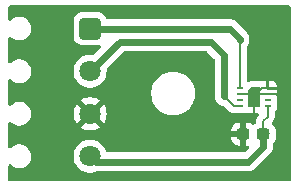
<source format=gbr>
%TF.GenerationSoftware,KiCad,Pcbnew,8.0.6*%
%TF.CreationDate,2025-05-09T13:13:28+02:00*%
%TF.ProjectId,sht31-break,73687433-312d-4627-9265-616b2e6b6963,rev?*%
%TF.SameCoordinates,Original*%
%TF.FileFunction,Copper,L1,Top*%
%TF.FilePolarity,Positive*%
%FSLAX46Y46*%
G04 Gerber Fmt 4.6, Leading zero omitted, Abs format (unit mm)*
G04 Created by KiCad (PCBNEW 8.0.6) date 2025-05-09 13:13:28*
%MOMM*%
%LPD*%
G01*
G04 APERTURE LIST*
G04 Aperture macros list*
%AMRoundRect*
0 Rectangle with rounded corners*
0 $1 Rounding radius*
0 $2 $3 $4 $5 $6 $7 $8 $9 X,Y pos of 4 corners*
0 Add a 4 corners polygon primitive as box body*
4,1,4,$2,$3,$4,$5,$6,$7,$8,$9,$2,$3,0*
0 Add four circle primitives for the rounded corners*
1,1,$1+$1,$2,$3*
1,1,$1+$1,$4,$5*
1,1,$1+$1,$6,$7*
1,1,$1+$1,$8,$9*
0 Add four rect primitives between the rounded corners*
20,1,$1+$1,$2,$3,$4,$5,0*
20,1,$1+$1,$4,$5,$6,$7,0*
20,1,$1+$1,$6,$7,$8,$9,0*
20,1,$1+$1,$8,$9,$2,$3,0*%
%AMFreePoly0*
4,1,6,0.500000,-0.850000,-0.500000,-0.850000,-0.500000,0.550000,-0.200000,0.850000,0.500000,0.850000,0.500000,-0.850000,0.500000,-0.850000,$1*%
G04 Aperture macros list end*
%TA.AperFunction,SMDPad,CuDef*%
%ADD10R,0.550000X0.250000*%
%TD*%
%TA.AperFunction,SMDPad,CuDef*%
%ADD11FreePoly0,0.000000*%
%TD*%
%TA.AperFunction,ComponentPad*%
%ADD12RoundRect,0.281250X-0.618750X0.618750X-0.618750X-0.618750X0.618750X-0.618750X0.618750X0.618750X0*%
%TD*%
%TA.AperFunction,ComponentPad*%
%ADD13C,1.800000*%
%TD*%
%TA.AperFunction,SMDPad,CuDef*%
%ADD14RoundRect,0.237500X0.300000X0.237500X-0.300000X0.237500X-0.300000X-0.237500X0.300000X-0.237500X0*%
%TD*%
%TA.AperFunction,Conductor*%
%ADD15C,0.600000*%
%TD*%
%TA.AperFunction,Conductor*%
%ADD16C,0.200000*%
%TD*%
G04 APERTURE END LIST*
D10*
%TO.P,U1,1,SDA*%
%TO.N,Net-(J1-Pin_1)*%
X101067700Y-112671900D03*
%TO.P,U1,2,ADDR*%
%TO.N,GND*%
X101067700Y-113171900D03*
%TO.P,U1,3,ALERT*%
%TO.N,unconnected-(U1-ALERT-Pad3)*%
X101067700Y-113671900D03*
%TO.P,U1,4,SCL*%
%TO.N,Net-(J1-Pin_2)*%
X101067700Y-114171900D03*
%TO.P,U1,5,VDD*%
%TO.N,+5V*%
X103417700Y-114171900D03*
%TO.P,U1,6,~{RESET}*%
%TO.N,unconnected-(U1-~{RESET}-Pad6)*%
X103417700Y-113671900D03*
%TO.P,U1,7,R*%
%TO.N,GND*%
X103417700Y-113171900D03*
%TO.P,U1,8,VSS*%
X103417700Y-112671900D03*
D11*
%TO.P,U1,9,VSS*%
X102242700Y-113421900D03*
%TD*%
D12*
%TO.P,J1,1,Pin_1*%
%TO.N,Net-(J1-Pin_1)*%
X88397600Y-107633400D03*
D13*
%TO.P,J1,2,Pin_2*%
%TO.N,Net-(J1-Pin_2)*%
X88397600Y-111233400D03*
%TO.P,J1,3,Pin_3*%
%TO.N,GND*%
X88397600Y-114833400D03*
%TO.P,J1,4,Pin_4*%
%TO.N,+5V*%
X88397600Y-118433400D03*
%TD*%
D14*
%TO.P,C1,1*%
%TO.N,+5V*%
X103073200Y-116559500D03*
%TO.P,C1,2*%
%TO.N,GND*%
X101348200Y-116559500D03*
%TD*%
D15*
%TO.N,Net-(J1-Pin_2)*%
X99745800Y-113358000D02*
X99745800Y-109880400D01*
X99745800Y-109880400D02*
X98602800Y-108737400D01*
X98602800Y-108737400D02*
X90893600Y-108737400D01*
X90893600Y-108737400D02*
X88397600Y-111233400D01*
D16*
X101067700Y-114171900D02*
X100559700Y-114171900D01*
X100559700Y-114171900D02*
X99745800Y-113358000D01*
D15*
%TO.N,+5V*%
X103073200Y-116559500D02*
X103073200Y-117627400D01*
X103066400Y-117627400D02*
X101796400Y-118897400D01*
X103073200Y-117627400D02*
X103066400Y-117627400D01*
X101796400Y-118897400D02*
X88861600Y-118897400D01*
X88861600Y-118897400D02*
X88397600Y-118433400D01*
%TO.N,Net-(J1-Pin_1)*%
X88397600Y-107633400D02*
X99745800Y-107633400D01*
X99745800Y-107633400D02*
X100229571Y-107633400D01*
X100229571Y-107633400D02*
X101067700Y-108471529D01*
X101067700Y-108471529D02*
X101067700Y-108634700D01*
D16*
X101067700Y-112671900D02*
X101067700Y-108634700D01*
%TO.N,GND*%
X103417700Y-113171900D02*
X104302900Y-113171900D01*
X102242700Y-113421900D02*
X102242700Y-114851100D01*
X102242700Y-114851100D02*
X101372500Y-115721300D01*
X101372500Y-115721300D02*
X101372500Y-116342000D01*
X101372500Y-116342000D02*
X101590000Y-116559500D01*
%TO.N,+5V*%
X103417700Y-114171900D02*
X103417700Y-115073100D01*
X103417700Y-115073100D02*
X103073200Y-115417600D01*
X103073200Y-115417600D02*
X103073200Y-116559500D01*
X103417700Y-116433600D02*
X103543600Y-116559500D01*
%TO.N,GND*%
X103417700Y-113171900D02*
X102492700Y-113171900D01*
X102492700Y-113171900D02*
X102242700Y-113421900D01*
X103417700Y-112671900D02*
X102992700Y-112671900D01*
X102992700Y-112671900D02*
X102242700Y-113421900D01*
X101067700Y-113171900D02*
X101992700Y-113171900D01*
X101992700Y-113171900D02*
X102242700Y-113421900D01*
%TD*%
%TA.AperFunction,Conductor*%
%TO.N,GND*%
G36*
X105313739Y-105683385D02*
G01*
X105359494Y-105736189D01*
X105370700Y-105787700D01*
X105370700Y-120438700D01*
X105351015Y-120505739D01*
X105298211Y-120551494D01*
X105246700Y-120562700D01*
X81595700Y-120562700D01*
X81528661Y-120543015D01*
X81482906Y-120490211D01*
X81471700Y-120438700D01*
X81471700Y-119221784D01*
X81491385Y-119154745D01*
X81544189Y-119108990D01*
X81613347Y-119099046D01*
X81676903Y-119128071D01*
X81683381Y-119134103D01*
X81759814Y-119210536D01*
X81759818Y-119210539D01*
X81923679Y-119320028D01*
X81923692Y-119320035D01*
X82105760Y-119395449D01*
X82105765Y-119395451D01*
X82105769Y-119395451D01*
X82105770Y-119395452D01*
X82299056Y-119433900D01*
X82299059Y-119433900D01*
X82496143Y-119433900D01*
X82626182Y-119408032D01*
X82689435Y-119395451D01*
X82871514Y-119320032D01*
X83035382Y-119210539D01*
X83174739Y-119071182D01*
X83284232Y-118907314D01*
X83359651Y-118725235D01*
X83398100Y-118531941D01*
X83398100Y-118334859D01*
X83398100Y-118334856D01*
X83359652Y-118141570D01*
X83359651Y-118141569D01*
X83359651Y-118141565D01*
X83341150Y-118096900D01*
X83284235Y-117959492D01*
X83284228Y-117959479D01*
X83174739Y-117795618D01*
X83174736Y-117795614D01*
X83035385Y-117656263D01*
X83035381Y-117656260D01*
X82871520Y-117546771D01*
X82871507Y-117546764D01*
X82689439Y-117471350D01*
X82689429Y-117471347D01*
X82496143Y-117432900D01*
X82496141Y-117432900D01*
X82299059Y-117432900D01*
X82299057Y-117432900D01*
X82105770Y-117471347D01*
X82105760Y-117471350D01*
X81923692Y-117546764D01*
X81923679Y-117546771D01*
X81759818Y-117656260D01*
X81759814Y-117656263D01*
X81683381Y-117732697D01*
X81622058Y-117766182D01*
X81552366Y-117761198D01*
X81496433Y-117719326D01*
X81472016Y-117653862D01*
X81471700Y-117645016D01*
X81471700Y-116846154D01*
X100310701Y-116846154D01*
X100321019Y-116947152D01*
X100375246Y-117110800D01*
X100375251Y-117110811D01*
X100465752Y-117257534D01*
X100465755Y-117257538D01*
X100587661Y-117379444D01*
X100587665Y-117379447D01*
X100734388Y-117469948D01*
X100734399Y-117469953D01*
X100898047Y-117524180D01*
X100999051Y-117534499D01*
X101098200Y-117534498D01*
X101098200Y-116809500D01*
X100310701Y-116809500D01*
X100310701Y-116846154D01*
X81471700Y-116846154D01*
X81471700Y-116272845D01*
X100310700Y-116272845D01*
X100310700Y-116309500D01*
X101098200Y-116309500D01*
X101098200Y-115584499D01*
X100999060Y-115584500D01*
X100999044Y-115584501D01*
X100898047Y-115594819D01*
X100734399Y-115649046D01*
X100734388Y-115649051D01*
X100587665Y-115739552D01*
X100587661Y-115739555D01*
X100465755Y-115861461D01*
X100465752Y-115861465D01*
X100375251Y-116008188D01*
X100375246Y-116008199D01*
X100321019Y-116171847D01*
X100310700Y-116272845D01*
X81471700Y-116272845D01*
X81471700Y-115985751D01*
X87598801Y-115985751D01*
X87629249Y-116009450D01*
X87833297Y-116119876D01*
X87833306Y-116119879D01*
X88052739Y-116195211D01*
X88281593Y-116233400D01*
X88513607Y-116233400D01*
X88742460Y-116195211D01*
X88961893Y-116119879D01*
X88961901Y-116119876D01*
X89165955Y-116009447D01*
X89196397Y-115985751D01*
X89196398Y-115985750D01*
X88397601Y-115186953D01*
X88397600Y-115186953D01*
X87598801Y-115985751D01*
X81471700Y-115985751D01*
X81471700Y-115621784D01*
X81491385Y-115554745D01*
X81544189Y-115508990D01*
X81613347Y-115499046D01*
X81676903Y-115528071D01*
X81683381Y-115534103D01*
X81759814Y-115610536D01*
X81759818Y-115610539D01*
X81923679Y-115720028D01*
X81923692Y-115720035D01*
X82085285Y-115786968D01*
X82105765Y-115795451D01*
X82105769Y-115795451D01*
X82105770Y-115795452D01*
X82299056Y-115833900D01*
X82299059Y-115833900D01*
X82496143Y-115833900D01*
X82626182Y-115808032D01*
X82689435Y-115795451D01*
X82871514Y-115720032D01*
X83035382Y-115610539D01*
X83174739Y-115471182D01*
X83284232Y-115307314D01*
X83359651Y-115125235D01*
X83385748Y-114994038D01*
X83398100Y-114931943D01*
X83398100Y-114833394D01*
X86992802Y-114833394D01*
X86992802Y-114833405D01*
X87011961Y-115064618D01*
X87068917Y-115289535D01*
X87162115Y-115502006D01*
X87246412Y-115631033D01*
X88044046Y-114833400D01*
X88004550Y-114793904D01*
X88097600Y-114793904D01*
X88097600Y-114872896D01*
X88118044Y-114949196D01*
X88157540Y-115017605D01*
X88213395Y-115073460D01*
X88281804Y-115112956D01*
X88358104Y-115133400D01*
X88437096Y-115133400D01*
X88513396Y-115112956D01*
X88581805Y-115073460D01*
X88637660Y-115017605D01*
X88677156Y-114949196D01*
X88697600Y-114872896D01*
X88697600Y-114833399D01*
X88751153Y-114833399D01*
X88751153Y-114833400D01*
X89548786Y-115631033D01*
X89633082Y-115502011D01*
X89726282Y-115289535D01*
X89783238Y-115064618D01*
X89802398Y-114833405D01*
X89802398Y-114833394D01*
X89783238Y-114602181D01*
X89726282Y-114377264D01*
X89633084Y-114164793D01*
X89548786Y-114035765D01*
X88751153Y-114833399D01*
X88697600Y-114833399D01*
X88697600Y-114793904D01*
X88677156Y-114717604D01*
X88637660Y-114649195D01*
X88581805Y-114593340D01*
X88513396Y-114553844D01*
X88437096Y-114533400D01*
X88358104Y-114533400D01*
X88281804Y-114553844D01*
X88213395Y-114593340D01*
X88157540Y-114649195D01*
X88118044Y-114717604D01*
X88097600Y-114793904D01*
X88004550Y-114793904D01*
X87246411Y-114035765D01*
X87162116Y-114164790D01*
X87068917Y-114377264D01*
X87011961Y-114602181D01*
X86992802Y-114833394D01*
X83398100Y-114833394D01*
X83398100Y-114734856D01*
X83359652Y-114541570D01*
X83359651Y-114541569D01*
X83359651Y-114541565D01*
X83345527Y-114507466D01*
X83284235Y-114359492D01*
X83284228Y-114359479D01*
X83174739Y-114195618D01*
X83174736Y-114195614D01*
X83035385Y-114056263D01*
X83035381Y-114056260D01*
X82871520Y-113946771D01*
X82871507Y-113946764D01*
X82689439Y-113871350D01*
X82689429Y-113871347D01*
X82496143Y-113832900D01*
X82496141Y-113832900D01*
X82299059Y-113832900D01*
X82299057Y-113832900D01*
X82105770Y-113871347D01*
X82105760Y-113871350D01*
X81923692Y-113946764D01*
X81923679Y-113946771D01*
X81759818Y-114056260D01*
X81759814Y-114056263D01*
X81683381Y-114132697D01*
X81622058Y-114166182D01*
X81552366Y-114161198D01*
X81496433Y-114119326D01*
X81472016Y-114053862D01*
X81471700Y-114045016D01*
X81471700Y-113681047D01*
X87598800Y-113681047D01*
X88397600Y-114479846D01*
X88397601Y-114479846D01*
X89196397Y-113681047D01*
X89196397Y-113681045D01*
X89165960Y-113657355D01*
X89165954Y-113657351D01*
X88961902Y-113546923D01*
X88961893Y-113546920D01*
X88742460Y-113471588D01*
X88513607Y-113433400D01*
X88281593Y-113433400D01*
X88052739Y-113471588D01*
X87833306Y-113546920D01*
X87833297Y-113546923D01*
X87629250Y-113657349D01*
X87598800Y-113681047D01*
X81471700Y-113681047D01*
X81471700Y-112991911D01*
X93570700Y-112991911D01*
X93570700Y-113234488D01*
X93596886Y-113433400D01*
X93602362Y-113474989D01*
X93608803Y-113499027D01*
X93665147Y-113709304D01*
X93757973Y-113933405D01*
X93757976Y-113933412D01*
X93879264Y-114143489D01*
X93879266Y-114143492D01*
X93879267Y-114143493D01*
X94026933Y-114335936D01*
X94026939Y-114335943D01*
X94198456Y-114507460D01*
X94198463Y-114507466D01*
X94258904Y-114553844D01*
X94390911Y-114655136D01*
X94600988Y-114776424D01*
X94825100Y-114869254D01*
X95059411Y-114932038D01*
X95239786Y-114955784D01*
X95299911Y-114963700D01*
X95299912Y-114963700D01*
X95542489Y-114963700D01*
X95590588Y-114957367D01*
X95782989Y-114932038D01*
X96017300Y-114869254D01*
X96241412Y-114776424D01*
X96451489Y-114655136D01*
X96643938Y-114507465D01*
X96815465Y-114335938D01*
X96963136Y-114143489D01*
X97084424Y-113933412D01*
X97177254Y-113709300D01*
X97240038Y-113474989D01*
X97271700Y-113234488D01*
X97271700Y-112991912D01*
X97240038Y-112751411D01*
X97177254Y-112517100D01*
X97084424Y-112292988D01*
X96963136Y-112082911D01*
X96829682Y-111908990D01*
X96815466Y-111890463D01*
X96815460Y-111890456D01*
X96643943Y-111718939D01*
X96643936Y-111718933D01*
X96451493Y-111571267D01*
X96451492Y-111571266D01*
X96451489Y-111571264D01*
X96241412Y-111449976D01*
X96241405Y-111449973D01*
X96017304Y-111357147D01*
X95782985Y-111294361D01*
X95542489Y-111262700D01*
X95542488Y-111262700D01*
X95299912Y-111262700D01*
X95299911Y-111262700D01*
X95059414Y-111294361D01*
X94825095Y-111357147D01*
X94600994Y-111449973D01*
X94600985Y-111449977D01*
X94390906Y-111571267D01*
X94198463Y-111718933D01*
X94198456Y-111718939D01*
X94026939Y-111890456D01*
X94026933Y-111890463D01*
X93879267Y-112082906D01*
X93757977Y-112292985D01*
X93757973Y-112292994D01*
X93665147Y-112517095D01*
X93602361Y-112751414D01*
X93570700Y-112991911D01*
X81471700Y-112991911D01*
X81471700Y-112021784D01*
X81491385Y-111954745D01*
X81544189Y-111908990D01*
X81613347Y-111899046D01*
X81676903Y-111928071D01*
X81683381Y-111934103D01*
X81759814Y-112010536D01*
X81759818Y-112010539D01*
X81923679Y-112120028D01*
X81923692Y-112120035D01*
X82105760Y-112195449D01*
X82105765Y-112195451D01*
X82105769Y-112195451D01*
X82105770Y-112195452D01*
X82299056Y-112233900D01*
X82299059Y-112233900D01*
X82496143Y-112233900D01*
X82626182Y-112208032D01*
X82689435Y-112195451D01*
X82871514Y-112120032D01*
X83035382Y-112010539D01*
X83174739Y-111871182D01*
X83284232Y-111707314D01*
X83359651Y-111525235D01*
X83393086Y-111357147D01*
X83398100Y-111331943D01*
X83398100Y-111233393D01*
X86992300Y-111233393D01*
X86992300Y-111233406D01*
X87011464Y-111464697D01*
X87011466Y-111464708D01*
X87068442Y-111689700D01*
X87161675Y-111902248D01*
X87288616Y-112096547D01*
X87288619Y-112096551D01*
X87288621Y-112096553D01*
X87445816Y-112267313D01*
X87445819Y-112267315D01*
X87445822Y-112267318D01*
X87628965Y-112409864D01*
X87628971Y-112409868D01*
X87628974Y-112409870D01*
X87833097Y-112520336D01*
X87947087Y-112559468D01*
X88052615Y-112595697D01*
X88052617Y-112595697D01*
X88052619Y-112595698D01*
X88281551Y-112633900D01*
X88281552Y-112633900D01*
X88513648Y-112633900D01*
X88513649Y-112633900D01*
X88742581Y-112595698D01*
X88962103Y-112520336D01*
X89166226Y-112409870D01*
X89349384Y-112267313D01*
X89506579Y-112096553D01*
X89518412Y-112078442D01*
X89555428Y-112021784D01*
X89633524Y-111902249D01*
X89726757Y-111689700D01*
X89783734Y-111464705D01*
X89783735Y-111464697D01*
X89802900Y-111233406D01*
X89802900Y-111233394D01*
X89786739Y-111038363D01*
X89800820Y-110969927D01*
X89822631Y-110940445D01*
X91188859Y-109574219D01*
X91250182Y-109540734D01*
X91276540Y-109537900D01*
X98219860Y-109537900D01*
X98286899Y-109557585D01*
X98307541Y-109574219D01*
X98908981Y-110175659D01*
X98942466Y-110236982D01*
X98945300Y-110263340D01*
X98945300Y-113436846D01*
X98976061Y-113591489D01*
X98976064Y-113591501D01*
X99036402Y-113737172D01*
X99036409Y-113737185D01*
X99124010Y-113868288D01*
X99124013Y-113868292D01*
X99235507Y-113979786D01*
X99235511Y-113979789D01*
X99366614Y-114067390D01*
X99366627Y-114067397D01*
X99491997Y-114119326D01*
X99512303Y-114127737D01*
X99576947Y-114140595D01*
X99667649Y-114158638D01*
X99729560Y-114191023D01*
X99731139Y-114192574D01*
X100074839Y-114536274D01*
X100074849Y-114536285D01*
X100079179Y-114540615D01*
X100079180Y-114540616D01*
X100190984Y-114652420D01*
X100190986Y-114652421D01*
X100190990Y-114652424D01*
X100303887Y-114717604D01*
X100327916Y-114731477D01*
X100439719Y-114761434D01*
X100480642Y-114772400D01*
X100480643Y-114772400D01*
X100613000Y-114772400D01*
X100656332Y-114780217D01*
X100685217Y-114790991D01*
X100744827Y-114797400D01*
X101390572Y-114797399D01*
X101450183Y-114790991D01*
X101529518Y-114761400D01*
X101591389Y-114756975D01*
X101591647Y-114755182D01*
X101742701Y-114776899D01*
X101742703Y-114776900D01*
X102565302Y-114776900D01*
X102632341Y-114796585D01*
X102678096Y-114849389D01*
X102688040Y-114918547D01*
X102659015Y-114982103D01*
X102652983Y-114988581D01*
X102592681Y-115048882D01*
X102592680Y-115048884D01*
X102548599Y-115125235D01*
X102513623Y-115185815D01*
X102472699Y-115338543D01*
X102472699Y-115338545D01*
X102472699Y-115506646D01*
X102472700Y-115506659D01*
X102472700Y-115571048D01*
X102453015Y-115638087D01*
X102413797Y-115676586D01*
X102312353Y-115739157D01*
X102312348Y-115739161D01*
X102298025Y-115753484D01*
X102236701Y-115786968D01*
X102167009Y-115781982D01*
X102122665Y-115753482D01*
X102108738Y-115739555D01*
X102108734Y-115739552D01*
X101962011Y-115649051D01*
X101962000Y-115649046D01*
X101798352Y-115594819D01*
X101697354Y-115584500D01*
X101598200Y-115584500D01*
X101598200Y-117534499D01*
X101697340Y-117534499D01*
X101697354Y-117534498D01*
X101718011Y-117532388D01*
X101786704Y-117545157D01*
X101837588Y-117593038D01*
X101854509Y-117660828D01*
X101832093Y-117727004D01*
X101818294Y-117743427D01*
X101501141Y-118060581D01*
X101439818Y-118094066D01*
X101413460Y-118096900D01*
X89853607Y-118096900D01*
X89786568Y-118077215D01*
X89740813Y-118024411D01*
X89733404Y-118003349D01*
X89726757Y-117977100D01*
X89633524Y-117764551D01*
X89603977Y-117719326D01*
X89506583Y-117570252D01*
X89506580Y-117570249D01*
X89506579Y-117570247D01*
X89349384Y-117399487D01*
X89349379Y-117399483D01*
X89349377Y-117399481D01*
X89166234Y-117256935D01*
X89166228Y-117256931D01*
X88962104Y-117146464D01*
X88962095Y-117146461D01*
X88742584Y-117071102D01*
X88570882Y-117042450D01*
X88513649Y-117032900D01*
X88281551Y-117032900D01*
X88235764Y-117040540D01*
X88052615Y-117071102D01*
X87833104Y-117146461D01*
X87833095Y-117146464D01*
X87628971Y-117256931D01*
X87628965Y-117256935D01*
X87445822Y-117399481D01*
X87445819Y-117399484D01*
X87288616Y-117570252D01*
X87161675Y-117764551D01*
X87068442Y-117977099D01*
X87011466Y-118202091D01*
X87011464Y-118202102D01*
X86992300Y-118433393D01*
X86992300Y-118433406D01*
X87011464Y-118664697D01*
X87011466Y-118664708D01*
X87068442Y-118889700D01*
X87161675Y-119102248D01*
X87288616Y-119296547D01*
X87288619Y-119296551D01*
X87288621Y-119296553D01*
X87445816Y-119467313D01*
X87445819Y-119467315D01*
X87445822Y-119467318D01*
X87628965Y-119609864D01*
X87628971Y-119609868D01*
X87628974Y-119609870D01*
X87734794Y-119667137D01*
X87833089Y-119720332D01*
X87833097Y-119720336D01*
X87947087Y-119759468D01*
X88052615Y-119795697D01*
X88052617Y-119795697D01*
X88052619Y-119795698D01*
X88281551Y-119833900D01*
X88281552Y-119833900D01*
X88513648Y-119833900D01*
X88513649Y-119833900D01*
X88742581Y-119795698D01*
X88962103Y-119720336D01*
X88970597Y-119715739D01*
X88975946Y-119712845D01*
X89034963Y-119697900D01*
X101875244Y-119697900D01*
X101875245Y-119697899D01*
X102029897Y-119667137D01*
X102175579Y-119606794D01*
X102306689Y-119519189D01*
X103554362Y-118271514D01*
X103573146Y-118256099D01*
X103583489Y-118249189D01*
X103694989Y-118137689D01*
X103782594Y-118006579D01*
X103842937Y-117860897D01*
X103873700Y-117706242D01*
X103873700Y-117391552D01*
X103893385Y-117324513D01*
X103910019Y-117303871D01*
X103956040Y-117257850D01*
X104046608Y-117111016D01*
X104100874Y-116947253D01*
X104111200Y-116846177D01*
X104111199Y-116777662D01*
X104115424Y-116745570D01*
X104144100Y-116638557D01*
X104144100Y-116480442D01*
X104115424Y-116373424D01*
X104111199Y-116341330D01*
X104111199Y-116272830D01*
X104111198Y-116272813D01*
X104100874Y-116171747D01*
X104046608Y-116007984D01*
X103956040Y-115861150D01*
X103834050Y-115739160D01*
X103834046Y-115739157D01*
X103823304Y-115732531D01*
X103776580Y-115680582D01*
X103765360Y-115611619D01*
X103793205Y-115547538D01*
X103800723Y-115539312D01*
X103898217Y-115441819D01*
X103898217Y-115441818D01*
X103898220Y-115441816D01*
X103977277Y-115304884D01*
X104018201Y-115152157D01*
X104018201Y-114994042D01*
X104018201Y-114986447D01*
X104018200Y-114986429D01*
X104018200Y-114737855D01*
X104037885Y-114670816D01*
X104045195Y-114661744D01*
X104044931Y-114661546D01*
X104054177Y-114649195D01*
X104136496Y-114539231D01*
X104186791Y-114404383D01*
X104193200Y-114344773D01*
X104193199Y-113999028D01*
X104186791Y-113939417D01*
X104186789Y-113939413D01*
X104186332Y-113935155D01*
X104186332Y-113908645D01*
X104186789Y-113904386D01*
X104186791Y-113904383D01*
X104193200Y-113844773D01*
X104193199Y-113499028D01*
X104186791Y-113439417D01*
X104186790Y-113439416D01*
X104186080Y-113432804D01*
X104186081Y-113406293D01*
X104192699Y-113344742D01*
X104192700Y-113344727D01*
X104192700Y-113296900D01*
X104192648Y-113296848D01*
X104125785Y-113277215D01*
X104093553Y-113247205D01*
X104092056Y-113245205D01*
X104067642Y-113179739D01*
X104082498Y-113111467D01*
X104131906Y-113062064D01*
X104191327Y-113046900D01*
X104192700Y-113046900D01*
X104192700Y-112999072D01*
X104192699Y-112999058D01*
X104185828Y-112935157D01*
X104185828Y-112908643D01*
X104192699Y-112844741D01*
X104192700Y-112844727D01*
X104192700Y-112796900D01*
X103416700Y-112796900D01*
X103349661Y-112777215D01*
X103303906Y-112724411D01*
X103292700Y-112672900D01*
X103292700Y-112546900D01*
X103542700Y-112546900D01*
X104192700Y-112546900D01*
X104192700Y-112499072D01*
X104192699Y-112499055D01*
X104186298Y-112439527D01*
X104186296Y-112439520D01*
X104136054Y-112304813D01*
X104136050Y-112304806D01*
X104049890Y-112189712D01*
X104049887Y-112189709D01*
X103934793Y-112103549D01*
X103934786Y-112103545D01*
X103800079Y-112053303D01*
X103800072Y-112053301D01*
X103740544Y-112046900D01*
X103542700Y-112046900D01*
X103542700Y-112546900D01*
X103292700Y-112546900D01*
X103292700Y-112046900D01*
X103094855Y-112046900D01*
X103035327Y-112053301D01*
X103035316Y-112053304D01*
X102956679Y-112082633D01*
X102893968Y-112087117D01*
X102893753Y-112088618D01*
X102742698Y-112066900D01*
X102042708Y-112066900D01*
X101935349Y-112078442D01*
X101835532Y-112115671D01*
X101765840Y-112120655D01*
X101704518Y-112087169D01*
X101671033Y-112025846D01*
X101668200Y-111999489D01*
X101668200Y-109214465D01*
X101687885Y-109147426D01*
X101689098Y-109145574D01*
X101777090Y-109013885D01*
X101777090Y-109013884D01*
X101777094Y-109013879D01*
X101837437Y-108868197D01*
X101868200Y-108713542D01*
X101868200Y-108392687D01*
X101868200Y-108392684D01*
X101868199Y-108392682D01*
X101837439Y-108238039D01*
X101837437Y-108238036D01*
X101837437Y-108238032D01*
X101832913Y-108227111D01*
X101819762Y-108195362D01*
X101777094Y-108092350D01*
X101689489Y-107961240D01*
X101577989Y-107849740D01*
X101263105Y-107534856D01*
X100739863Y-107011613D01*
X100739859Y-107011610D01*
X100608756Y-106924009D01*
X100608743Y-106924002D01*
X100463072Y-106863664D01*
X100463060Y-106863661D01*
X100308416Y-106832900D01*
X100308413Y-106832900D01*
X99824642Y-106832900D01*
X89868964Y-106832900D01*
X89801925Y-106813215D01*
X89756170Y-106760411D01*
X89751922Y-106749854D01*
X89725140Y-106673315D01*
X89631414Y-106524152D01*
X89506847Y-106399585D01*
X89357686Y-106305860D01*
X89191406Y-106247676D01*
X89191401Y-106247675D01*
X89060262Y-106232900D01*
X89060256Y-106232900D01*
X87734944Y-106232900D01*
X87734937Y-106232900D01*
X87603798Y-106247675D01*
X87603793Y-106247676D01*
X87437513Y-106305860D01*
X87288352Y-106399585D01*
X87163785Y-106524152D01*
X87070060Y-106673313D01*
X87011876Y-106839593D01*
X87011875Y-106839598D01*
X86997100Y-106970737D01*
X86997100Y-108296062D01*
X87011875Y-108427201D01*
X87011876Y-108427206D01*
X87070060Y-108593486D01*
X87163785Y-108742647D01*
X87163786Y-108742648D01*
X87288352Y-108867214D01*
X87437515Y-108960940D01*
X87588824Y-109013885D01*
X87603793Y-109019123D01*
X87603798Y-109019124D01*
X87692171Y-109029080D01*
X87734938Y-109033899D01*
X87734941Y-109033900D01*
X87734944Y-109033900D01*
X89060259Y-109033900D01*
X89060259Y-109033899D01*
X89164274Y-109022180D01*
X89233096Y-109034234D01*
X89284475Y-109081583D01*
X89302100Y-109149193D01*
X89280374Y-109215599D01*
X89265839Y-109233081D01*
X88689364Y-109809556D01*
X88628041Y-109843041D01*
X88581274Y-109844184D01*
X88513649Y-109832900D01*
X88281551Y-109832900D01*
X88235764Y-109840540D01*
X88052615Y-109871102D01*
X87833104Y-109946461D01*
X87833095Y-109946464D01*
X87628971Y-110056931D01*
X87628965Y-110056935D01*
X87445822Y-110199481D01*
X87445819Y-110199484D01*
X87288616Y-110370252D01*
X87161675Y-110564551D01*
X87068442Y-110777099D01*
X87011466Y-111002091D01*
X87011464Y-111002102D01*
X86992300Y-111233393D01*
X83398100Y-111233393D01*
X83398100Y-111134856D01*
X83359652Y-110941570D01*
X83359651Y-110941569D01*
X83359651Y-110941565D01*
X83291528Y-110777100D01*
X83284235Y-110759492D01*
X83284228Y-110759479D01*
X83174739Y-110595618D01*
X83174736Y-110595614D01*
X83035385Y-110456263D01*
X83035381Y-110456260D01*
X82871520Y-110346771D01*
X82871507Y-110346764D01*
X82689439Y-110271350D01*
X82689429Y-110271347D01*
X82496143Y-110232900D01*
X82496141Y-110232900D01*
X82299059Y-110232900D01*
X82299057Y-110232900D01*
X82105770Y-110271347D01*
X82105760Y-110271350D01*
X81923692Y-110346764D01*
X81923679Y-110346771D01*
X81759818Y-110456260D01*
X81759814Y-110456263D01*
X81683381Y-110532697D01*
X81622058Y-110566182D01*
X81552366Y-110561198D01*
X81496433Y-110519326D01*
X81472016Y-110453862D01*
X81471700Y-110445016D01*
X81471700Y-108421784D01*
X81491385Y-108354745D01*
X81544189Y-108308990D01*
X81613347Y-108299046D01*
X81676903Y-108328071D01*
X81683381Y-108334103D01*
X81759814Y-108410536D01*
X81759818Y-108410539D01*
X81923679Y-108520028D01*
X81923692Y-108520035D01*
X82101021Y-108593486D01*
X82105765Y-108595451D01*
X82105769Y-108595451D01*
X82105770Y-108595452D01*
X82299056Y-108633900D01*
X82299059Y-108633900D01*
X82496143Y-108633900D01*
X82626182Y-108608032D01*
X82689435Y-108595451D01*
X82871514Y-108520032D01*
X83035382Y-108410539D01*
X83174739Y-108271182D01*
X83284232Y-108107314D01*
X83359651Y-107925235D01*
X83398100Y-107731941D01*
X83398100Y-107534859D01*
X83398100Y-107534856D01*
X83359652Y-107341570D01*
X83359651Y-107341569D01*
X83359651Y-107341565D01*
X83323500Y-107254288D01*
X83284235Y-107159492D01*
X83284228Y-107159479D01*
X83174739Y-106995618D01*
X83174736Y-106995614D01*
X83035385Y-106856263D01*
X83035381Y-106856260D01*
X82871520Y-106746771D01*
X82871507Y-106746764D01*
X82689439Y-106671350D01*
X82689429Y-106671347D01*
X82496143Y-106632900D01*
X82496141Y-106632900D01*
X82299059Y-106632900D01*
X82299057Y-106632900D01*
X82105770Y-106671347D01*
X82105760Y-106671350D01*
X81923692Y-106746764D01*
X81923679Y-106746771D01*
X81759818Y-106856260D01*
X81759814Y-106856263D01*
X81683381Y-106932697D01*
X81622058Y-106966182D01*
X81552366Y-106961198D01*
X81496433Y-106919326D01*
X81472016Y-106853862D01*
X81471700Y-106845016D01*
X81471700Y-105787700D01*
X81491385Y-105720661D01*
X81544189Y-105674906D01*
X81595700Y-105663700D01*
X105246700Y-105663700D01*
X105313739Y-105683385D01*
G37*
%TD.AperFunction*%
%TD*%
M02*

</source>
